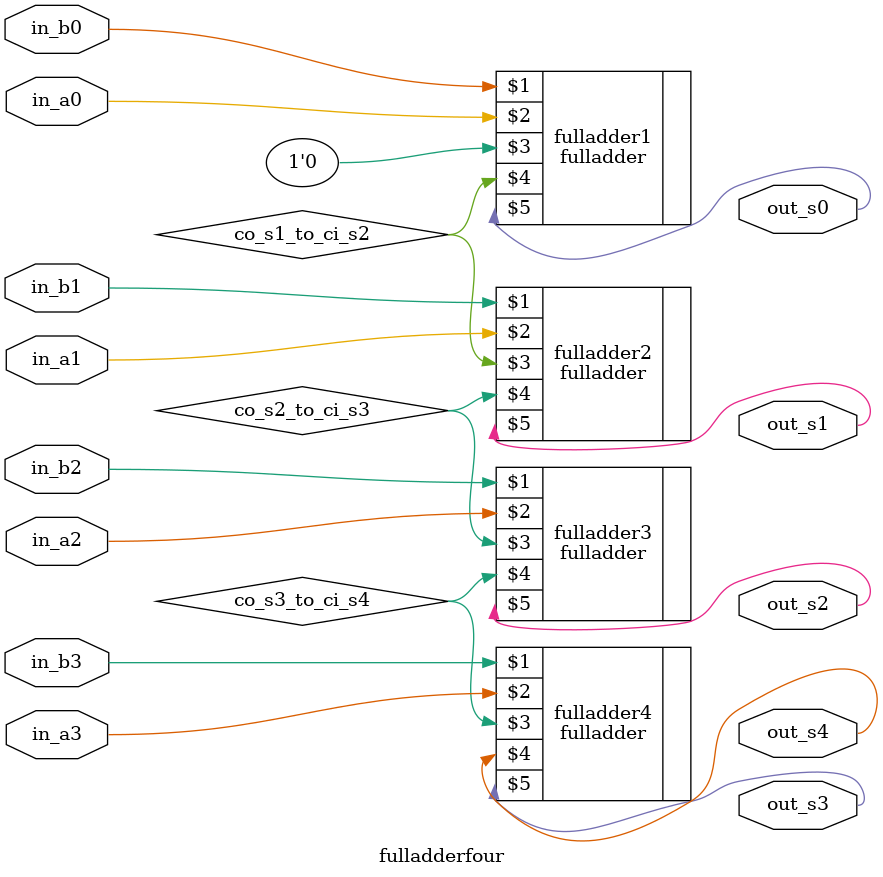
<source format=v>
module fulladderfour(
  // Inputs and output ports; 8 in, 5 out
  input in_a3,in_a2,in_a1,in_a0, //Primer numero binario 1111
		in_b3,in_b2,in_b1,in_b0, //Segundo numero binario 1111
		
  output out_s4,out_s3,out_s2,out_s1,out_s0//Salida del binario 11110
);


// Declaración de señales
// sumador1
//wire cin_s1_to_ground // Un cable del cin del sumador 1 a tierra // 
wire co_s1_to_ci_s2; // Un cable del co del sumador 1 al cin del sumador2 // 
// sumador2
wire co_s2_to_ci_s3; // Un cable del co del sumador 2 al cin del sumador3 // 
// sumador3
wire co_s3_to_ci_s4; // Un cable del co del sumador 3 al cin del sumador4 // 
// sumador4

// Declaración de submodules
// fulladder( b,a,ci.. co,s)
// sumador1
fulladder fulladder1(in_b0, in_a0, 1'b0, co_s1_to_ci_s2, out_s0); // s0
// sumador2
fulladder fulladder2(in_b1, in_a1, co_s1_to_ci_s2, co_s2_to_ci_s3, out_s1);  // s1
// sumador3
fulladder fulladder3(in_b2, in_a2, co_s2_to_ci_s3, co_s3_to_ci_s4, out_s2); // s2
// sumador4
fulladder fulladder4(in_b3, in_a3, co_s3_to_ci_s4, out_s4, out_s3); // s4 // s3 
																			

// Descripción del comportamiento
// assign out_co = co_s1_to_or | co_s2_to_or; // co_s1 or co_s2

endmodule

</source>
